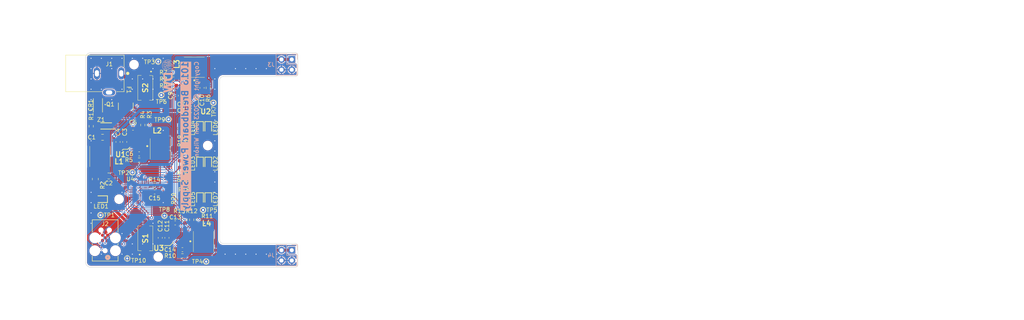
<source format=kicad_pcb>
(kicad_pcb (version 20221018) (generator pcbnew)
  (title_block (title "1016 Breadboard Power Supply") (date "2023-10-05") (rev "1") (company "Dan Wilson") (comment 1 "Copyright © 2023, Dan Wilson"))
  (layers (0 "F.Cu" signal) (31 "B.Cu" signal) (34 "B.Paste" user) (35 "F.Paste" user) (36 "B.SilkS" user "B.Silkscreen") (37 "F.SilkS" user "F.Silkscreen") (38 "B.Mask" user) (39 "F.Mask" user) (44 "Edge.Cuts" user))
  (net 0 "")
  (net 1 "/Input Power/Vprot")
  (net 2 "/Input Power/GND")
  (net 3 "/Input Power/VCC")
  (net 4 "/MCU Control/Vmcu")
  (net 5 "/Rail B Power Regulator/VrailB")
  (net 6 "/Input Power/Vfused")
  (net 7 "/Input Power/Vin")
  (net 9 "/MCU Control/SWDIO")
  (net 10 "/MCU Control/SWDCLK")
  (net 12 "/MCU Power Regulator/MCUReg_Sw_Out")
  (net 13 "Net-(LED1-K)")
  (net 14 "/MCU Control/ErrorLED_Sig")
  (net 15 "/MCU Control/ErrorLED_A")
  (net 16 "/MCU Control/OutputLED_A")
  (net 17 "/MCU Control/OutputLED_Sig")
  (net 18 "/MCU Control/5VTLED_A")
  (net 19 "/MCU Control/5VTLED_Sig")
  (net 20 "/MCU Control/5VBLED_A")
  (net 21 "/MCU Control/5VBLED_Sig")
  (net 22 "/MCU Control/3V3TLED_A")
  (net 23 "/MCU Control/3V3TLED_Sig")
  (net 24 "/MCU Control/3V3BLED_Sig")
  (net 25 "/MCU Control/3V3BLED_A")
  (net 26 "/Input Power/RPPgate")
  (net 27 "/MCU Power Regulator/MCUReg_FB")
  (net 28 "/MCU Control/SelectVrailT")
  (net 29 "/MCU Control/SelectVrailB")
  (net 30 "/MCU Control/NRST")
  (net 31 "/MCU Control/Btn_OutputEn")
  (net 32 "/MCU Control/Btn_Config")
  (net 34 "/MCU Control/PGood_RailT")
  (net 35 "/MCU Control/Enable_Output")
  (net 36 "/MCU Control/PGood_RailB")
  (net 39 "/Rail Output/VrailT")
  (net 40 "/MCU Power Regulator/MCUReg_SS")
  (net 41 "/Rail T Power Regulator/RailTReg_SS")
  (net 42 "/Rail B Power Regulator/RailBReg_SS")
  (net 43 "/Rail T Power Regulator/RailTReg_Sw_Out")
  (net 44 "/Rail B Power Regulator/RailBReg_Sw_Out")
  (net 45 "/Rail T Power Regulator/RailTReg_FB")
  (net 46 "/Rail B Power Regulator/RailBReg_FB")
  (footprint "TestPoint:TestPoint_THTPad_D1.0mm_Drill0.5mm" (layer "F.Cu") (at 66.929 81.788)
    (fp_text reference "TP6")
    (fp_text value "TestPoint")
  )
  (footprint "1016:VLS5045EX330M" (layer "F.Cu") (at 51.816 96.901 -90)
    (fp_text reference "L1")
    (fp_text value "VLS5045EX-2R2N" hide)
  )
  (footprint "Resistor_SMD:R_0603_1608Metric" (layer "F.Cu") (at 69.85 76.213)
    (fp_text reference "R7")
    (fp_text value "220K")
  )
  (footprint "TestPoint:TestPoint_THTPad_D1.0mm_Drill0.5mm" (layer "F.Cu") (at 58.547 122.047)
    (fp_text reference "TP10")
    (fp_text value "TestPoint")
  )
  (footprint "Resistor_SMD:R_0805_2012Metric" (layer "F.Cu") (at 50.673 102.489 90)
    (fp_text reference "R2")
    (fp_text value "2K")
  )
  (footprint "Resistor_SMD:R_0603_1608Metric" (layer "F.Cu") (at 69.85 79.515 180)
    (fp_text reference "R9")
    (fp_text value "28K")
  )
  (footprint "1016:CUI_PJ-102B" (layer "F.Cu") (at 50.554 76.454 180)
    (fp_text reference "J1")
    (fp_text value "PJ-102B")
  )
  (footprint "1016:LEDC1608X80N" (layer "F.Cu") (at 78.486 89.916 -90)
    (fp_text reference "LED6")
    (fp_text value "150060YS75003" hide)
  )
  (footprint "1016:LEDC1608X80N" (layer "F.Cu") (at 52.07 107.442 180)
    (fp_text reference "LED1")
    (fp_text value "150060VS75003" hide)
  )
  (footprint "Capacitor_SMD:C_0603_1608Metric" (layer "F.Cu") (at 66.662 116.967 -90)
    (fp_text reference "C12")
    (fp_text value "100n")
  )
  (footprint "Resistor_SMD:R_0603_1608Metric" (layer "F.Cu") (at 73.152 107.442 -90)
    (fp_text reference "R18")
    (fp_text value "210")
  )
  (footprint "1016:LEDC1608X80N" (layer "F.Cu") (at 76.454 98.679 -90)
    (fp_text reference "LED3")
    (fp_text value "150060AS75003" hide)
  )
  (footprint "1016:PTS636SK25JSMTRLFS" (layer "F.Cu") (at 62.992 80.01 -90)
    (fp_text reference "S2")
    (fp_text value "Tactile Switch 6mm" hide)
  )
  (footprint "Capacitor_SMD:C_0805_2012Metric" (layer "F.Cu") (at 53.975 101.727 180)
    (fp_text reference "C2")
    (fp_text value "22µ")
  )
  (footprint "Resistor_SMD:R_0603_1608Metric" (layer "F.Cu") (at 64.008 89.176 -90)
    (fp_text reference "R3")
    (fp_text value "100K")
  )
  (footprint "1016:CONN_TC2030-IDC_TGC" (layer "F.Cu") (at 53.086 117.602 90)
    (fp_text reference "J2")
    (fp_text value "TC2030-IDC")
  )
  (footprint "Capacitor_SMD:C_0603_1608Metric" (layer "F.Cu") (at 65.278 105.664)
    (fp_text reference "C15")
    (fp_text value "100n")
  )
  (footprint "1016:VLS5045EX330M" (layer "F.Cu") (at 66.675 95.018 -90)
    (fp_text reference "L2")
    (fp_text value "VLS5045EX-2R2N" hide)
  )
  (footprint "1016:LEDC1608X80N" (layer "F.Cu") (at 78.486 98.679 -90)
    (fp_text reference "LED2")
    (fp_text value "150060RS75003" hide)
  )
  (footprint "Resistor_SMD:R_0603_1608Metric" (layer "F.Cu") (at 62.357 89.176 90)
    (fp_text reference "R4")
    (fp_text value "31K6")
  )
  (footprint "1016:LEDC1608X80N" (layer "F.Cu") (at 78.486 107.442 -90)
    (fp_text reference "LED7")
    (fp_text value "150060YS75003" hide)
  )
  (footprint "1016:QFN50P300X300X100-17N-D" (layer "F.Cu") (at 60.857 92.974 180)
    (fp_text reference "U1")
    (fp_text value "TPS62130RGTR" hide)
  )
  (footprint "Capacitor_SMD:C_0603_1608Metric" (layer "F.Cu") (at 59.944 89.938 180)
    (fp_text reference "C5")
    (fp_text value "3n3")
  )
  (footprint "Resistor_SMD:R_0603_1608Metric" (layer "F.Cu") (at 71.501 90.043 -90)
    (fp_text reference "R19")
    (fp_text value "887")
  )
  (footprint "TestPoint:TestPoint_THTPad_D1.0mm_Drill0.5mm" (layer "F.Cu") (at 77.978 122.809)
    (fp_text reference "TP4")
    (fp_text value "TestPoint")
  )
  (footprint "TestPoint:TestPoint_THTPad_D1.0mm_Drill0.5mm" (layer "F.Cu") (at 66.167 73.533)
    (fp_text reference "TP3")
    (fp_text value "TestPoint")
  )
  (footprint "Resistor_SMD:R_0603_1608Metric" (layer "F.Cu") (at 76.06 112.522 -90)
    (fp_text reference "R11")
    (fp_text value "220K")
  )
  (footprint "Resistor_SMD:R_0603_1608Metric" (layer "F.Cu") (at 71.501 107.442 -90)
    (fp_text reference "R20")
    (fp_text value "887")
  )
  (footprint "Fiducial:Fiducial_1mm_Mask2mm" (layer "F.Cu") (at 81.407 75.057)
    (fp_text reference "FID1")
    (fp_text value "Fiducial")
  )
  (footprint "Capacitor_SMD:C_0603_1608Metric" (layer "F.Cu") (at 70.612 81.928 -90)
    (fp_text reference "C9")
    (fp_text value "3n3")
  )
  (footprint "Capacitor_SMD:C_0603_1608Metric" (layer "F.Cu") (at 56.261 93.345 90)
    (fp_text reference "C4")
    (fp_text value "100n")
  )
  (footprint "Fiducial:Fiducial_1mm_Mask2mm" (layer "F.Cu") (at 58.674 116.459)
    (fp_text reference "FID3")
    (fp_text value "Fiducial")
  )
  (footprint "Resistor_SMD:R_0603_1608Metric" (layer "F.Cu") (at 65.262252 104.016 180)
    (fp_text reference "R14")
    (fp_text value "10K")
  )
  (footprint "1016:QFN50P300X300X100-17N-D" (layer "F.Cu") (at 73.672 80.761 -90)
    (fp_text reference "U2")
    (fp_text value "TPS62130RGTR" hide)
  )
  (footprint "Resistor_SMD:R_0603_1608Metric" (layer "F.Cu") (at 61.468 97.812)
    (fp_text reference "R5")
    (fp_text value "1K6")
  )
  (footprint "1016:VLS5045EX330M" (layer "F.Cu") (at 75.057 74.943)
    (fp_text reference "L3")
    (fp_text value "VLS5045EX-2R2N")
  )
  (footprint "TestPoint:TestPoint_THTPad_D1.0mm_Drill0.5mm" (layer "F.Cu") (at 59.817 100.838)
    (fp_text reference "TP2")
    (fp_text value "TestPoint")
  )
  (footprint "Resistor_SMD:R_0603_1608Metric" (layer "F.Cu") (at 69.85 77.864 180)
    (fp_text reference "R8")
    (fp_text value "42K2")
  )
  (footprint "Capacitor_SMD:C_0603_1608Metric" (layer "F.Cu") (at 57.912 93.345 90)
    (fp_text reference "C3")
    (fp_text value "10µF")
  )
  (footprint "TestPoint:TestPoint_THTPad_D1.0mm_Drill0.5mm" (layer "F.Cu") (at 51.943 111.379)
    (fp_text reference "TP1")
    (fp_text value "TestPoint")
  )
  (footprint "Resistor_SMD:R_0603_1608Metric" (layer "F.Cu") (at 49.657 89.472 90)
    (fp_text reference "R1")
    (fp_text value "1K91")
  )
  (footprint "1016:QFN50P300X300X100-17N-D" (layer "F.Cu") (at 71.478 116.428 180)
    (fp_text reference "U3")
    (fp_text value "TPS62130RGTR" hide)
  )
  (footprint "Capacitor_SMD:C_0603_1608Metric" (layer "F.Cu") (at 74.295 85.611)
    (fp_text reference "C8")
    (fp_text value "100n")
  )
  (footprint "Fiducial:Fiducial_1mm_Mask2mm" (layer "F.Cu") (at 53.467 77.47)
    (fp_text reference "FID2")
    (fp_text value "Fiducial")
  )
  (footprint "MountingHole:MountingHole_2.1mm" (layer "F.Cu") (at 60.198 74.295)
    (fp_text reference "H1")
    (fp_text value "MountingHole")
  )
  (footprint "1016:FUSE_SMD1812B110TF_YAG" (layer "F.Cu") (at 58.166 84.582 -90)
    (fp_text reference "F1")
    (fp_text value "SMD1812B110TF")
  )
  (footprint "MountingHole:MountingHole_2.1mm" (layer "F.Cu") (at 78.359 94.234)
    (fp_text reference "H2")
    (fp_text value "MountingHole")
  )
  (footprint "Capacitor_SMD:C_0603_1608Metric" (layer "F.Cu") (at 72.123 119.888 180)
    (fp_text reference "C14")
    (fp_text value "22µ")
  )
  (footprint "MountingHole:MountingHole_2.1mm" (layer "F.Cu") (at 56.515 107.442)
    (fp_text reference "H4")
    (fp_text value "MountingHole")
  )
  (footprint "Capacitor_SMD:C_0805_2012Metric" (layer "F.Cu") (at 52.451 92.202 180)
    (fp_text reference "C1")
    (fp_text value "22µ")
  )
  (footprint "Resistor_SMD:R_0603_1608Metric" (layer "F.Cu") (at 72.123 121.412)
    (fp_text reference "R10")
    (fp_text value "1K6")
  )
  (footprint "Resistor_SMD:R_0603_1608Metric" (layer "F.Cu") (at 78.486 80.023 90)
    (fp_text reference "R6")
    (fp_text value "1K6")
  )
  (footprint "Capacitor_SMD:C_0603_1608Metric" (layer "F.Cu") (at 68.313 116.967 -90)
    (fp_text reference "C11")
    (fp_text value "10µF")
  )
  (footprint "Capacitor_SMD:C_0603_1608Metric" (layer "F.Cu") (at 76.962 80.023 -90)
    (fp_text reference "C10")
    (fp_text value "22µ")
  )
  (footprint "1016:PTS636SK25JSMTRLFS" (layer "F.Cu") (at 62.992 117.094 90)
    (fp_text reference "S1")
    (fp_text value "Tactile Switch 6mm" hide)
  )
  (footprint "1016:UFQFPN20_3X3_STM" (layer "F.Cu") (at 61.722 105.156 180)
    (fp_text reference "U4")
    (fp_text value "STM32C011F4U6TR")
  )
  (footprint "Resistor_SMD:R_0603_1608Metric" (layer "F.Cu") (at 72.758 112.522 90)
    (fp_text reference "R13")
    (fp_text value "28K")
  )
  (footprint "1016:SOD-123F_LTF" (layer "F.Cu") (at 51.308 84.328 90)
    (fp_text reference "CR1")
    (fp_text value "SMF17CA")
  )
  (footprint "TestPoint:TestPoint_THTPad_D1.0mm_Drill0.5mm" (layer "F.Cu") (at 79.756 83.693)
    (fp_text reference "TP7")
    (fp_text value "TestPoint")
  )
  (footprint "DW_Footprint:Solder_Stencil_Alignment_Pin" (layer "F.Cu") (at 91.28 134.206)
    (fp_text reference "P2")
    (fp_text value "Solder_Stencil_Alignment_Pin")
  )
  (footprint "Resistor_SMD:R_0603_1608Metric" (layer "F.Cu") (at 74.409 112.522 90)
    (fp_text reference "R12")
    (fp_text value "42K2")
  )
  (footprint "TestPoint:TestPoint_THTPad_D1.0mm_Drill0.5mm" (layer "F.Cu") (at 68.707 87.757)
    (fp_text reference "TP9")
    (fp_text value "TestPoint")
  )
  (footprint "1016:LEDC1608X80N" (layer "F.Cu") (at 76.454 89.916 -90)
    (fp_text reference "LED4")
    (fp_text value "150060VS75003" hide)
  )
  (footprint "Resistor_SMD:R_0603_1608Metric" (layer "F.Cu") (at 71.501 98.806 -90)
    (fp_text reference "R15")
    (fp_text value "365")
  )
  (footprint "1016:BUK6D12060PX" (layer "F.Cu") (at 54.356 86.093 180)
    (fp_text reference "Q1")
    (fp_text value "BUK6D120-60PX" hide)
  )
  (footprint "Resistor_SMD:R_0603_1608Metric" (layer "F.Cu") (at 73.152 90.043 -90)
    (fp_text reference "R17")
    (fp_text value "210")
  )
  (footprint "TestPoint:TestPoint_THTPad_D1.0mm_Drill0.5mm" (layer "F.Cu") (at 67.691 111.506)
    (fp_text reference "TP8")
    (fp_text value "TestPoint")
  )
  (footprint "DW_Footprint:Solder_Stencil_Alignment_Pin" (layer "F.Cu") (at 38.26 61.374)
    (fp_text reference "P3")
    (fp_text value "Solder_Stencil_Alignment_Pin")
  )
  (footprint "MountingHole:MountingHole_2.1mm" (layer "F.Cu") (at 66.167 121.666)
    (fp_text reference "H3")
    (fp_text value "MountingHole")
  )
  (footprint "Resistor_SMD:R_0603_1608Metric" (layer "F.Cu") (at 73.152 98.806 -90)
    (fp_text reference "R16")
    (fp_text value "402")
  )
  (footprint "1016:LEDC1608X80N" (layer "F.Cu") (at 76.454 107.442 -90)
    (fp_text reference "LED5")
    (fp_text value "150060VS75003" hide)
  )
  (footprint "Capacitor_SMD:C_0603_1608Metric" (layer "F.Cu") (at 74.295 83.96)
    (fp_text reference "C7")
    (fp_text value "10µF")
  )
  (footprint "TestPoint:TestPoint_THTPad_D1.0mm_Drill0.5mm" (layer "F.Cu") (at 77.216 110.109)
    (fp_text reference "TP5")
    (fp_text value "TestPoint")
  )
  (footprint "Capacitor_SMD:C_0603_1608Metric" (layer "F.Cu") (at 61.468 96.288 180)
    (fp_text reference "C6")
    (fp_text value "22µ")
  )
  (footprint "1016:SOD3716X145N" (layer "F.Cu") (at 53.34 89.408 180)
    (fp_text reference "Z1")
    (fp_text value "MMSZ5231B-7-F" hide)
  )
  (footprint "Capacitor_SMD:C_0603_1608Metric" (layer "F.Cu") (at 70.345 113.284 180)
    (fp_text reference "C13")
    (fp_text value "3n3")
  )
  (footprint "1016:VLS5045EX330M" (layer "F.Cu") (at 77.33 117.856 -90)
    (fp_text reference "L4")
    (fp_text value "VLS5045EX-2R2N" hide)
  )
  (footprint "DW_Footprint:DW_PCB_Logo" (layer "B.Cu") (at 68.58 77.216 -90)
    (fp_text reference "P1" hide)
    (fp_text value "DW_PCB_Logo" hide)
  )
  (footprint "Connector_PinHeader_2.54mm:PinHeader_2x02_P2.54mm_Vertical" (layer "B.Cu") (at 99.065 73.02 180)
    (fp_text reference "J3")
    (fp_text value "Pin Hdr 2x2")
  )
  (footprint "Connector_PinHeader_2.54mm:PinHeader_2x02_P2.54mm_Vertical" (layer "B.Cu") (at 99.065 120.015 180)
    (fp_text reference "J4")
    (fp_text value "Pin Hdr 2x2")
  )
  (gr_line (start 59.182 94.637) (end 58.674 95.145) (stroke (width 0.1778)) (layer "F.SilkS"))
  (gr_line (start 57.531 95.145) (end 57.277 95.399) (stroke (width 0.1778)) (layer "F.SilkS"))
  (gr_line (start 76.073 83.071) (end 76.073 84.595) (stroke (width 0.1778)) (layer "F.SilkS"))
  (gr_line (start 69.075 118.872) (end 67.691 118.872) (stroke (width 0.1778)) (layer "F.SilkS"))
  (gr_line (start 75.311 82.309) (end 76.073 83.071) (stroke (width 0.1778)) (layer "F.SilkS"))
  (gr_line (start 69.837 118.11) (end 69.075 118.872) (stroke (width 0.1778)) (layer "F.SilkS"))
  (gr_line (start 76.073 84.595) (end 76.581 85.103) (stroke (width 0.1778)) (layer "F.SilkS"))
  (gr_line (start 58.674 95.145) (end 57.531 95.145) (stroke (width 0.1778)) (layer "F.SilkS"))
  (gr_arc (start 49.53 124.206) (mid 48.631974 123.834026) (end 48.26 122.936) (stroke (width 0.1)) (layer "Edge.Cuts"))
  (gr_arc (start 99.949 118.364) (mid 100.398013 118.549987) (end 100.584 118.999) (stroke (width 0.1)) (layer "Edge.Cuts"))
  (gr_arc (start 82.169 118.364) (mid 81.540382 118.103618) (end 81.28 117.475) (stroke (width 0.1)) (layer "Edge.Cuts"))
  (gr_arc (start 100.584 123.571) (mid 100.398013 124.020013) (end 99.949 124.206) (stroke (width 0.1)) (layer "Edge.Cuts"))
  (gr_line (start 81.28 78.105) (end 81.28 117.475) (stroke (width 0.1)) (layer "Edge.Cuts"))
  (gr_arc (start 81.28 78.105) (mid 81.540382 77.476382) (end 82.169 77.216) (stroke (width 0.1)) (layer "Edge.Cuts"))
  (gr_line (start 100.584 118.999) (end 100.584 123.571) (stroke (width 0.1)) (layer "Edge.Cuts"))
  (gr_arc (start 100.584 76.581) (mid 100.398013 77.030013) (end 99.949 77.216) (stroke (width 0.1)) (layer "Edge.Cuts"))
  (gr_line (start 82.169 118.364) (end 99.949 118.364) (stroke (width 0.1)) (layer "Edge.Cuts"))
  (gr_arc (start 99.949 71.374) (mid 100.398013 71.559987) (end 100.584 72.009) (stroke (width 0.1)) (layer "Edge.Cuts"))
  (gr_line (start 99.949 77.216) (end 82.169 77.216) (stroke (width 0.1)) (layer "Edge.Cuts"))
  (gr_line (start 99.949 124.206) (end 49.53 124.206) (stroke (width 0.1)) (layer "Edge.Cuts"))
  (gr_arc (start 48.26 72.644) (mid 48.631974 71.745974) (end 49.53 71.374) (stroke (width 0.1)) (layer "Edge.Cuts"))
  (gr_line (start 48.26 122.936) (end 48.26 72.644) (stroke (width 0.1)) (layer "Edge.Cuts"))
  (gr_line (start 100.584 76.581) (end 100.584 72.009) (stroke (width 0.1)) (layer "Edge.Cuts"))
  (gr_line (start 99.949 71.374) (end 49.53 71.374) (stroke (width 0.1)) (layer "Edge.Cuts"))
  (gr_text "Copyright © 2023 Dan Wilson" (at 76.2 73.406 90) (layer "B.SilkS") (effects (font (size 1.016 1.016) (thickness 0.1778) bold) (justify left bottom mirror)))
  (gr_text "1016 Breadboard Power Supply" (at 73.66 73.406 90) (layer "B.SilkS" knockout) (effects (font (size 1.524 1.524) (thickness 0.3048) bold) (justify left bottom mirror)))
  (segment (start 71.254 80.511) (end 70.612 81.153) (width 0.2032) (layer "F.Cu") (net 2))
  (segment (start 61.107 92.724) (end 60.857 92.974) (width 0.2032) (layer "F.Cu") (net 2))
  (segment (start 72.922 81.511) (end 73.672 80.761) (width 0.2032) (layer "F.Cu") (net 2))
  (segment (start 61.107 91.474) (end 61.107 92.724) (width 0.2032) (layer "F.Cu") (net 2))
  (segment (start 61.107 93.224) (end 60.857 92.974) (width 0.2032) (layer "F.Cu") (net 2))
  (segment (start 74.422 80.011) (end 73.672 80.761) (width 0.2032) (layer "F.Cu") (net 2))
  (segment (start 73.422 80.511) (end 73.672 80.761) (width 0.2032) (layer "F.Cu") (net 2))
  (segment (start 75.172 80.511) (end 73.922 80.511) (width 0.2032) (layer "F.Cu") (net 2))
  (segment (start 71.728 117.928) (end 71.728 116.678) (width 0.2032) (layer "F.Cu") (net 2))
  (segment (start 71.728 116.178) (end 71.478 116.428) (width 0.2032) (layer "F.Cu") (net 2))
  (segment (start 72.172 80.511) (end 73.422 80.511) (width 0.2032) (layer "F.Cu") (net 2))
  (segment (start 72.172 80.511) (end 71.254 80.511) (width 0.2032) (layer "F.Cu") (net 2))
  (segment (start 73.922 80.511) (end 73.672 80.761) (width 0.2032) (layer "F.Cu") (net 2))
  (segment (start 75.172 80.011) (end 74.422 80.011) (width 0.2032) (layer "F.Cu") (net 2))
  (segment (start 72.228 117.178) (end 71.478 116.428) (width 0.2032) (layer "F.Cu") (net 2))
  (segment (start 60.107 91.474) (end 60.107 92.224) (width 0.2032) (layer "F.Cu") (net 2))
  (segment (start 72.172 81.511) (end 72.922 81.511) (width 0.2032) (layer "F.Cu") (net 2))
  (segment (start 70.728 115.678) (end 71.478 116.428) (width 0.2032) (layer "F.Cu") (net 2))
  (segment (start 61.607 93.724) (end 60.857 92.974) (width 0.2032) (layer "F.Cu") (net 2))
  (segment (start 61.607 94.474) (end 61.607 93.724) (width 0.2032) (layer "F.Cu") (net 2))
  (segment (start 70.728 114.928) (end 70.728 115.678) (width 0.2032) (layer "F.Cu") (net 2))
  (segment (start 61.107 94.474) (end 61.107 93.224) (width 0.2032) (layer "F.Cu") (net 2))
  (segment (start 71.728 114.928) (end 71.728 116.178) (width 0.2032) (layer "F.Cu") (net 2))
  (segment (start 60.107 92.224) (end 60.857 92.974) (width 0.2032) (layer "F.Cu") (net 2))
  (segment (start 72.228 117.928) (end 72.228 117.178) (width 0.2032) (layer "F.Cu") (net 2))
  (segment (start 71.728 116.678) (end 71.478 116.428) (width 0.2032) (layer "F.Cu") (net 2))
  (via (at 52.165 103.219) (size 0.508) (drill 0.254) (layers "F.Cu" "B.Cu") (net 2))
  (via (at 82.645 120.999) (size 0.508) (drill 0.254) (layers "F.Cu" "B.Cu") (net 2))
  (via (at 77.565 85.439) (size 0.508) (drill 0.254) (layers "F.Cu" "B.Cu") (net 2))
  (via (at 90.265 75.279) (size 0.508) (drill 0.254) (layers "F.Cu" "B.Cu") (net 2))
  (via (at 64.865 113.379) (size 0.508) (drill 0.254) (layers "F.Cu" "B.Cu") (net 2))
  (via (at 80.105 75.279) (size 0.508) (drill 0.254) (layers "F.Cu" "B.Cu") (net 2))
  (via (at 72.485 93.059) (size 0.508) (drill 0.254) (layers "F.Cu" "B.Cu") (net 2))
  (via (at 64.865 72.739) (size 0.508) (drill 0.254) (layers "F.Cu" "B.Cu") (net 2))
  (via (at 49.625 108.299) (size 0.508) (drill 0.254) (layers "F.Cu" "B.Cu") (net 2))
  (via (at 49.625 110.839) (size 0.508) (drill 0.254) (layers "F.Cu" "B.Cu") (net 2))
  (via (at 64.865 77.819) (size 0.508) (drill 0.254) (layers "F.Cu" "B.Cu") (net 2))
  (via (at 72.485 110.839) (size 0.508) (drill 0.254) (layers "F.Cu" "B.Cu") (net 2))
  (via (at 80.105 95.599) (size 0.508) (drill 0.254) (layers "F.Cu" "B.Cu") (net 2))
  (via (at 80.105 100.679) (size 0.508) (drill 0.254) (layers "F.Cu" "B.Cu") (net 2))
  (via (at 64.865 118.459) (size 0.508) (drill 0.254) (layers "F.Cu" "B.Cu") (net 2))
  (via (at 49.625 72.739) (size 0.508) (drill 0.254) (layers "F.Cu" "B.Cu") (net 2))
  (via (at 80.105 93.059) (size 0.508) (drill 0.254) (layers "F.Cu" "B.Cu") (net 2))
  (via (at 49.625 105.759) (size 0.508) (drill 0.254) (layers "F.Cu" "B.Cu") (net 2))
  (via (at 64.865 75.279) (size 0.508) (drill 0.254) (layers "F.Cu" "B.Cu") (net 2))
  (via (at 80.105 90.519) (size 0.508) (drill 0.254) (layers "F.Cu" "B.Cu") (net 2))
  (via (at 67.405 108.299) (size 0.508) (drill 0.254) (layers "F.Cu" "B.Cu") (net 2))
  (via (at 59.785 120.999) (size 0.508) (drill 0.254) (layers "F.Cu" "B.Cu") (net 2))
  (via (at 52.165 80.359) (size 0.508) (drill 0.254) (layers "F.Cu" "B.Cu") (net 2))
  (via (at 49.625 82.899) (size 0.508) (drill 0.254) (layers "F.Cu" "B.Cu") (net 2))
  (via (at 54.705 75.279) (size 0.508) (drill 0.254) (layers "F.Cu" "B.Cu") (net 2))
  (via (at 57.245 105.759) (size 0.508) (drill 0.254) (layers "F.Cu" "B.Cu") (net 2))
  (via (at 95.345 120.999) (size 0.508) (drill 0.254) (layers "F.Cu" "B.Cu") (net 2))
  (via (at 59.785 72.739) (size 0.508) (drill 0.254) (layers "F.Cu" "B.Cu") (net 2))
  (via (at 80.105 98.139) (size 0.508) (drill 0.254) (layers "F.Cu" "B.Cu") (net 2))
  (via (at 92.805 75.279) (size 0.508) (drill 0.254) (layers "F.Cu" "B.Cu") (net 2))
  (via (at 59.785 77.819) (size 0.508) (drill 0.254) (layers "F.Cu" "B.Cu") (net 2))
  (via (at 62.325 118.459) (size 0.508) (drill 0.254) (layers "F.Cu" "B.Cu") (net 2))
  (via (at 80.105 108.299) (size 0.508) (drill 0.254) (layers "F.Cu" "B.Cu") (net 2))
  (via (at 57.245 80.359) (size 0.508) (drill 0.254) (layers "F.Cu" "B.Cu") (net 2))
  (via (at 67.405 87.979) (size 0.508) (drill 0.254) (layers "F.Cu" "B.Cu") (net 2))
  (via (at 52.165 72.739) (size 0.508) (drill 0.254) (layers "F.Cu" "B.Cu") (net 2))
  (via (at 62.103 105.537) (size 0.508) (drill 0.254) (layers "F.Cu" "B.Cu") (net 2))
  (via (at 67.405 72.739) (size 0.508) (drill 0.254) (layers "F.Cu" "B.Cu") (net 2))
  (via (at 49.625 80.359) (size 0.508) (drill 0.254) (layers "F.Cu" "B.Cu") (net 2))
  (via (at 67.405 90.519) (size 0.508) (drill 0.254) (layers "F.Cu" "B.Cu") (net 2))
  (via (at 62.325 72.739) (size 0.508) (drill 0.254) (layers "F.Cu" "B.Cu") (net 2))
  (via (at 49.625 75.279) (size 0.508) (drill 0.254) (layers "F.Cu" "B.Cu") (net 2))
  (via (at 49.625 85.439) (size 0.508) (drill 0.254) (layers "F.Cu" "B.Cu") (net 2))
  (via (at 57.245 120.999) (size 0.508) (drill 0.254) (layers "F.Cu" "B.Cu") (net 2))
  (via (at 62.325 80.359) (size 0.508) (drill 0.254) (layers "F.Cu" "B.Cu") (net 2))
  (via (at 57.245 115.919) (size 0.508) (drill 0.254) (layers "F.Cu" "B.Cu") (net 2))
  (via (at 85.185 120.999) (size 0.508) (drill 0.254) (layers "F.Cu" "B.Cu") (net 2))
  (via (at 59.785 118.459) (size 0.508) (drill 0.254) (layers "F.Cu" "B.Cu") (net 2))
  (via (at 80.105 77.819) (size 0.508) (drill 0.254) (layers "F.Cu" "B.Cu") (net 2))
  (via (at 52.165 120.999) (size 0.508) (drill 0.254) (layers "F.Cu" "B.Cu") (net 2))
  (via (at 49.625 93.059) (size 0.508) (drill 0.254) (layers "F.Cu" "B.Cu") (net 2))
  (via (at 49.625 113.379) (size 0.508) (drill 0.254) (layers "F.Cu" "B.Cu") (net 2))
  (via (at 90.265 120.999) (size 0.508) (drill 0.254) (layers "F.Cu" "B.Cu") (net 2))
  (via (at 92.805 120.999) (size 0.508) (drill 0.254) (layers "F.Cu" "B.Cu") (net 2))
  (via (at 49.625 77.819) (size 0.508) (drill 0.254) (layers "F.Cu" "B.Cu") (net 2))
  (via (at 80.105 105.759) (size 0.508) (drill 0.254) (layers "F.Cu" "B.Cu") (net 2))
  (via (at 77.565 113.379) (size 0.508) (drill 0.254) (layers "F.Cu" "B.Cu") (net 2))
  (via (at 67.405 80.359) (size 0.508) (drill 0.254) (layers "F.Cu" "B.Cu") (net 2))
  (via (at 57.245 72.739) (size 0.508) (drill 0.254) (layers "F.Cu" "B.Cu") (net 2))
  (via (at 75.025 90.519) (size 0.508) (drill 0.254) (layers "F.Cu" "B.Cu") (net 2))
  (via (at 80.105 110.839) (size 0.508) (drill 0.254) (layers "F.Cu" "B.Cu") (net 2))
  (via (at 67.405 82.899) (size 0.508) (drill 0.254) (layers "F.Cu" "B.Cu") (net 2))
  (via (at 57.245 100.679) (size 0.508) (drill 0.254) (layers "F.Cu" "B.Cu") (net 2))
  (via (at 80.105 103.219) (size 0.508) (drill 0.254) (layers "F.Cu" "B.Cu") (net 2))
  (via (at 64.865 82.899) (size 0.508) (drill 0.254) (layers "F.Cu" "B.Cu") (net 2))
  (via (at 54.705 82.899) (size 0.508) (drill 0.254) (layers "F.Cu" "B.Cu") (net 2))
  (via (at 62.325 77.819) (size 0.508) (drill 0.254) (layers "F.Cu" "B.Cu") (net 2))
  (via (at 80.105 87.979) (size 0.508) (drill 0.254) (layers "F.Cu" "B.Cu") (net 2))
  (via (at 67.405 77.819) (size 0.508) (drill 0.254) (layers "F.Cu" "B.Cu") (net 2))
  (via (at 80.105 80.359) (size 0.508) (drill 0.254) (layers "F.Cu" "B.Cu") (net 2))
  (via (at 64.865 80.359) (size 0.508) (drill 0.254) (layers "F.Cu" "B.Cu") (net 2))
  (via (at 87.725 120.999) (size 0.508) (drill 0.254) (layers "F.Cu" "B.Cu") (net 2))
  (via (at 59.785 80.359) (size 0.508) (drill 0.254) (layers "F.Cu" "B.Cu") (net 2))
  (via (at 54.705 72.739) (size 0.508) (drill 0.254) (layers "F.Cu" "B.Cu") (net 2))
  (via (at 87.725 75.279) (size 0.508) (drill 0.254) (layers "F.Cu" "B.Cu") (net 2))
  (via (at 85.185 75.279) (size 0.508) (drill 0.254) (layers "F.Cu" "B.Cu") (net 2))
  (via (at 80.105 85.439) (size 0.508) (drill 0.254) (layers "F.Cu" "B.Cu") (net 2))
  (via (at 75.025 95.599) (size 0.508) (drill 0.254) (layers "F.Cu" "B.Cu") (net 2))
  (segment (start 66.662 116.192) (end 61.57 116.192) (width 0.762) (layer "F.Cu") (net 3))
  (segment (start 71.5124 81.011) (end 71.4672 81.0562) (width 0.2032) (layer "F.Cu") (net 3))
  (segment (start 69.8322 85.5018) (end 69.723 85.611) (width 0.2032) (layer "F.Cu") (net 3))
  (segment (start 72.172 81.011) (end 71.5124 81.011) (width 0.2032) (layer "F.Cu") (net 3))
  (segment (start 71.3408 81.9482) (end 70.14255 81.9482) (width 0.2032) (layer "F.Cu") (net 3))
  (segment (start 69.8322 82.25855) (end 69.8322 85.5018) (width 0.2032) (layer "F.Cu") (net 3))
  (segment (start 70.3248 112.81455) (end 70.01445 112.5042) (width 0.2032) (layer "F.Cu") (net 3))
  (segment (start 56.261 94.12) (end 56.191618 94.12) (width 0.762) (layer "F.Cu") (net 3))
  (segment (start 71.4672 81.0562) (end 71.4672 81.8218) (width 0.2032) (layer "F.Cu") (net 3))
  (segment (start 51.943 111.379) (end 52.82 110.502) (width 0.2032) (layer "F.Cu") (net 3))
  (segment (start 70.14255 81.9482) (end 69.8322 82.25855) (width 0.2032) (layer "F.Cu") (net 3))
  (segment (start 55.2018 91.9858) (end 55.258 91.9858) (width 0.762) (layer "F.Cu") (net 3))
  (segment (start 70.67555 114.0638) (end 70.3248 113.71305) (width 0.2032) (layer "F.Cu") (net 3))
  (segment (start 71.228 114.2684) (end 71.0234 114.0638) (width 0.2032) (layer "F.Cu") (net 3))
  (segment (start 59.925429 89.113818) (end 59.945598 89.093649) (width 0.2032) (layer "F.Cu") (net 3))
  (segment (start 70.3248 113.71305) (end 70.3248 112.81455) (width 0.2032) (layer "F.Cu") (net 3))
  (segment (start 66.929 85.598) (end 66.929 85.611) (width 0.762) (layer "F.Cu") (net 3))
  (segment (start 61.57 116.192) (end 52.82 107.442) (width 0.762) (layer "F.Cu") (net 3))
  (segment (start 59.9238 90.4038) (end 59.9238 89.113818) (width 0.2032) (layer "F.Cu") (net 3))
  (segment (start 69.964 116.192) (end 69.978 116.178) (width 0.2032) (layer "F.Cu") (net 3))
  (segment (start 55.258 91.9858) (end 55.2958 91.948) (width 0.762) (layer "F.Cu") (net 3))
  (segment (start 71.0234 114.0638) (end 70.67555 114.0638) (width 0.2032) (layer "F.Cu") (net 3))
  (segment (start 70.01445 112.5042) (end 69.12555 112.5042) (width 0.2032) (layer "F.Cu") (net 3))
  (segment (start 52.82 110.502) (end 52.82 107.442) (width 0.2032) (layer "F.Cu") (net 3))
  (segment (start 69.723 85.611) (end 66.929 85.598) (width 0.762) (layer "F.Cu") (net 3))
  (segment (start 71.4672 81.8218) (end 71.3408 81.9482) (width 0.2032) (layer "F.Cu") (net 3))
  (segment (start 55.2018 93.130182) (end 55.2018 91.9858) (width 0.762) (layer "F.Cu") (net 3))
  (segment (start 69.12555 112.5042) (end 67.564 114.06575) (width 0.2032) (layer "F.Cu") (net 3))
  (segment (start 73.52 85.611) (end 69.723 85.611) (width 0.762) (layer "F.Cu") (net 3))
  (segment (start 60.607 90.8144) (end 60.5618 90.7692) (width 0.2032) (layer "F.Cu") (net 3))
  (segment (start 71.228 114.928) (end 71.228 114.2684) (width 0.2032) (layer "F.Cu") (net 3))
  (segment (start 60.607 91.474) (end 60.607 90.8144) (width 0.2032) (layer "F.Cu") (net 3))
  (segment (start 56.191618 94.12) (end 55.2018 93.130182) (width 0.762) (layer "F.Cu") (net 3))
  (segment (start 67.564 114.06575) (end 67.564 115.443) (width 0.2032) (layer "F.Cu") (net 3))
  (segment (start 60.2892 90.7692) (end 59.9238 90.4038) (width 0.2032) (layer "F.Cu") (net 3))
  (segment (start 59.9238 89.113818) (end 59.925429 89.113818) (width 0.2032) (layer "F.Cu") (net 3))
  (segment (start 60.5618 90.7692) (end 60.2892 90.7692) (width 0.2032) (layer "F.Cu") (net 3))
  (via (at 55.2958 91.948) (size 0.762) (drill 0.381) (layers "F.Cu" "B.Cu") (net 3))
  (via (at 66.929 85.598) (size 0.762) (drill 0.381) (layers "F.Cu" "B.Cu") (net 3))
  (via (at 59.945598 89.093649) (size 0.762) (drill 0.381) (layers "F.Cu" "B.Cu") (net 3))
  (segment (start 59.945598 89.093649) (end 59.180449 88.3285) (width 0.2032) (layer "B.Cu") (net 3))
  (segment (start 59.180449 88.3285) (end 58.8645 88.3285) (width 0.2032) (layer "B.Cu") (net 3))
  (segment (start 66.929 85.598) (end 61.595 85.598) (width 0.762) (layer "B.Cu") (net 3))
  (segment (start 58.8645 88.3285) (end 55.2958 91.8972) (width 0.762) (layer "B.Cu") (net 3))
  (segment (start 55.2958 91.8972) (end 55.2958 91.948) (width 0.762) (layer "B.Cu") (net 3))
  (segment (start 61.595 85.598) (end 58.8645 88.3285) (width 0.762) (layer "B.Cu") (net 3))
  (segment (start 54.102 118.491) (end 53.721 118.872) (width 0.2032) (layer "F.Cu") (net 4))
  (segment (start 66.675 103.428252) (end 66.675 96.818) (width 0.254) (layer "F.Cu") (net 4))
  (segment (start 62.293 98.362) (end 62.293 97.812) (width 0.2032) (layer "F.Cu") (net 4))
  (segment (start 64.503 105.664) (end 66.087252 104.079748) (width 0.254) (layer "F.Cu") (net 4))
  (segment (start 70.187 96.818) (end 66.675 96.818) (width 0.254) (layer "F.Cu") (net 4))
  (segment (start 64.008 88.351) (end 64.008 89.1443) (width 0.2032) (layer "F.Cu") (net 4))
  (segment (start 64.516 112.014) (end 64.516 111.278) (width 0.2032) (layer "F.Cu") (net 4))
  (segment (start 71.501 90.868) (end 73.152 90.868) (width 0.254) (layer "F.Cu") (net 4))
  (segment (start 57.658 118.491) (end 54.102 118.491) (width 0.2032) (layer "F.Cu") (net 4))
  (segment (start 60.325 95.25) (end 59.436 95.25) (width 0.2032) (layer "F.Cu") (net 4))
  (segment (start 66.087252 104.079748) (end 66.087252 104.016) (width 0.2032) (layer "F.Cu") (net 4))
  (segment (start 73.152 99.631) (end 71.501 99.631) (width 0.254) (layer "F.Cu") (net 4))
  (segment (start 71.501 108.267) (end 73.152 108.267) (width 0.254) (layer "F.Cu") (net 4))
  (segment (start 69.227016 101.0412) (end 66.675 98.489184) (width 0.254) (layer "F.Cu") (net 4))
  (segment (start 60.607 94.474) (end 60.607 94.968) (width 0.2032) (layer "F.Cu") (net 4))
  (segment (start 66.087252 104.016) (end 67.25 104.016) (width 0.254) (layer "F.Cu") (net 4))
  (segment (start 59.817 100.838) (end 62.293 98.362) (width 0.2032) (layer "F.Cu") (net 4))
  (segment (start 64.516 111.278) (end 64.503 111.265) (width 0.2032) (layer "F.Cu") (net 4))
  (segment (start 71.501 90.868) (end 71.501 95.504) (width 0.254) (layer "F.Cu") (net 4))
  (segment (start 66.087252 104.016) (end 66.675 103.428252) (width 0.254) (layer "F.Cu") (net 4))
  (segment (start 71.501 99.631) (end 70.0908 101.0412) (width 0.254) (layer "F.Cu") (net 4))
  (segment (start 63.022 105.656126) (end 64.495126 105.656126) (width 0.2032) (layer "F.Cu") (net 4))
  (segment (start 64.495126 105.656126) (end 64.503 105.664) (width 0.2032) (layer "F.Cu") (net 4))
  (segment (start 66.675 98.489184) (end 66.675 96.818) (width 0.254) (layer "F.Cu") (net 4))
  (segment (start 70.0908 101.0412) (end 69.227016 101.0412) (width 0.254) (layer "F.Cu") (net 4))
  (segment (start 71.501 95.504) (end 70.187 96.818) (width 0.254) (layer "F.Cu") (net 4))
  (segment (start 64.503 105.664) (end 64.503 111.265) (width 0.2032) (layer "F.Cu") (net 4))
  (segment (start 67.25 104.016) (end 71.501 108.267) (width 0.254) (layer "F.Cu") (net 4))
  (segment (start 60.607 94.968) (end 60.325 95.25) (width 0.2032) (layer "F.Cu") (net 4))
  (via (at 57.658 118.491) (size 0.762) (drill 0.381) (layers "F.Cu" "B.Cu") (net 4))
  (via (at 64.008 89.1443) (size 0.508) (drill 0.254) (layers "F.Cu" "B.Cu") (net 4))
  (via (at 64.516 112.014) (size 0.762) (drill 0.381) (layers "F.Cu" "B.Cu") (net 4))
  (via (at 63.881 98.171) (size 0.508) (drill 0.254) (layers "F.Cu" "B.Cu") (net 4))
  (via (at 59.436 95.25) (size 0.508) (drill 0.254) (layers "F.Cu" "B.Cu") (net 4))
  (segment (start 68.834 98.171) (end 63.881 98.171) (width 0.2032) (layer "B.Cu") (net 4))
  (segment (start 59.817 98.806) (end 63.246 98.806) (width 0.2032) (layer "B.Cu") (net 4))
  (segment (start 63.246 98.806) (end 63.881 98.171) (width 0.2032) (layer "B.Cu") (net 4))
  (segment (start 68.5703 89.1443) (end 69.3166 89.8906) (width 0.2032) (layer "B.Cu") (net 4))
  (segment (start 63.754 112.014) (end 57.658 118.11) (width 0.2032) (layer "B.Cu") (net 4))
  (segment (start 59.436 98.425) (end 59.817 98.806) (width 0.2032) (layer "B.Cu") (net 4))
  (segment (start 69.3166 89.8906) (end 69.3166 97.6884) (width 0.2032) (layer "B.Cu") (net 4))
  (segment (start 63.754 112.014) (end 64.516 112.014) (width 0.2032) (layer "B.Cu") (net 4))
  (segment (start 59.436 95.25) (end 59.436 98.425) (width 0.2032) (layer "B.Cu") (net 4))
  (segment (start 69.3166 97.6884) (end 68.834 98.171) (width 0.2032) (layer "B.Cu") (net 4))
  (segment (start 64.008 89.1443) (end 68.5703 89.1443) (width 0.2032) (layer "B.Cu") (net 4))
  (segment (start 57.658 118.11) (end 57.658 118.491) (width 0.2032) (layer "B.Cu") (net 4))
  (segment (start 76.06 111.697) (end 76.06 112.4773) (width 0.2032) (layer "F.Cu") (net 5))
  (segment (start 77.689 120.015) (end 77.33 119.656) (width 0.762) (layer "F.Cu") (net 5))
  (segment (start 71.247 117.947) (end 71.228 117.928) (width 0.2032) (layer "F.Cu") (net 5))
  (segment (start 96.52 120.015) (end 99.06 120.015) (width 0.762) (layer "F.Cu") (net 5))
  (segment (start 76.06 112.4773) (end 76.073 112.4903) (width 0.2032) (layer "F.Cu") (net 5))
  (segment (start 71.228 118.5876) (end 70.9436 118.872) (width 0.2032) (layer "F.Cu") (net 5))
  (segment (start 77.978 122.809) (end 77.978 120.304) (width 0.2032) (layer "F.Cu") (net 5))
  (segment (start 70.9436 118.872) (end 70.358 118.872) (width 0.2032) (layer "F.Cu") (net 5))
  (segment (start 96.52 120.015) (end 77.689 120.015) (width 0.762) (layer "F.Cu") (net 5))
  (segment (start 71.228 117.928) (end 71.228 118.5876) (width 0.2032) (layer "F.Cu") (net 5))
  (segment (start 77.978 120.304) (end 77.33 119.656) (width 0.2032) (layer "F.Cu") (net 5))
  (via (at 76.073 112.4903) (size 0.508) (drill 0.254) (layers "F.Cu" "B.Cu") (net 5))
  (via (at 70.358 118.872) (size 0.508) (drill 0.254) (layers "F.Cu" "B.Cu") (net 5))
  (via (at 74.422 121.031) (size 0.508) (drill 0.254) (layers "F.Cu" "B.Cu") (net 5))
  (segment (start 80.264 120.65) (end 79.883 121.031) (width 0.2032) (layer "B.Cu") (net 5))
  (segment (start 80.264 112.903) (end 79.8513 112.4903) (width 0.2032) (layer "B.Cu") (net 5))
  (segment (start 79.883 121.031) (end 74.422 121.031) (width 0.2032) (layer "B.Cu") (net 5))
  (segment (start 73.152 122.301) (end 70.739 122.301) (width 0.2032) (layer "B.Cu") (net 5))
  (segment (start 80.264 120.65) (end 80.264 112.903) (width 0.2032) (layer "B.Cu") (net 5))
  (segment (start 79.8513 112.4903) (end 76.073 112.4903) (width 0.2032) (layer "B.Cu") (net 5))
  (segment (start 74.422 121.031) (end 73.152 122.301) (width 0.2032) (layer "B.Cu") (net 5))
  (segment (start 70.739 122.301) (end 70.358 121.92) (width 0.2032) (layer "B.Cu") (net 5))
  (segment (start 70.358 121.92) (end 70.358 118.872) (width 0.2032) (layer "B.Cu") (net 5))
  (segment (start 58.166 82.6389) (end 58.166 77.566) (width 0.762) (layer "F.Cu") (net 7))
  (segment (start 58.166 77.566) (end 57.054 76.454) (width 0.762) (layer "F.Cu") (net 7))
  (segment (start 52.197 119.126) (end 52.451 118.872) (width 0.2032) (layer "F.Cu") (net 9))
  (segment (start 60.721748 106.556) (end 57.262868 110.01488) (width 0.2032) (layer "F.Cu") (net 9))
  (segment (start 57.262868 110.01488) (end 57.262868 110.475868) (width 0.2032) (layer "F.Cu") (net 9))
  (segment (start 52.197 119.761) (end 52.197 119.126) (width 0.2032) (layer "F.Cu") (net 9))
  (via (at 57.262868 110.475868) (size 0.508) (drill 0.254) (layers "F.Cu" "B.Cu") (net 9))
  (via (at 52.197 119.761) (size 0.508) (drill 0.254) (layers "F.Cu" "B.Cu") (net 9))
  (segment (start 57.262868 110.475868) (end 54.989634 110.475868) (width 0.2032) (layer "B.Cu") (net 9))
  (segment (start 54.989634 110.475868) (end 49.0982 116.367302) (width 0.2032) (layer "B.Cu") (net 9))
  (segment (start 49.0982 116.367302) (end 49.0982 117.566698) (width 0.2032) (layer "B.Cu") (net 9))
  (segment (start 50.9778 118.4148) (end 52.197 119.634) (width 0.2032) (layer "B.Cu") (net 9))
  (segment (start 52.197 119.634) (end 52.197 119.761) (width 0.2032) (layer "B.Cu") (net 9))
  (segment (start 49.946302 118.4148) (end 50.9778 118.4148) (width 0.2032) (layer "B.Cu") (net 9))
  (segment (start 49.0982 117.566698) (end 49.946302 118.4148) (width 0.2032) (layer "B.Cu") (net 9))
  (segment (start 58.039 110.461737) (end 58.039 110.49) (width 0.2032) (layer "F.Cu") (net 10))
  (segment (start 61.221874 107.278863) (end 58.039 110.461737) (width 0.2032) (layer "F.Cu") (net 10))
  (segment (start 51.816 118.237) (end 52.451 117.602) (width 0.2032) (layer "F.Cu") (net 10))
  (segment (start 61.221874 106.456) (end 61.221874 107.278863) (width 0.2032) (layer "F.Cu") (net 10))
  (via (at 58.039 110.49) (size 0.508) (drill 0.254) (layers "F.Cu" "B.Cu") (net 10))
  (via (at 51.816 118.237) (size 0.508) (drill 0.254) (layers "F.Cu" "B.Cu") (net 10))
  (segment (start 58.039 110.49) (end 54.2163 114.3127) (width 0.2032) (layer "B.Cu") (net 10))
  (segment (start 52.8193 115.28503) (end 52.8193 117.2337) (width 0.2032) (layer "B.Cu") (net 10))
  (segment (start 53.79163 114.3127) (end 52.8193 115.28503) (width 0.2032) (layer "B.Cu") (net 10))
  (segment (start 52.8193 117.2337) (end 51.816 118.237) (width 0.2032) (layer "B.Cu") (net 10))
  (segment (start 54.2163 114.3127) (end 53.79163 114.3127) (width 0.2032) (layer "B.Cu") (net 10))
  (segment (start 51.32 104.0485) (end 50.673 103.4015) (width 0.2032) (layer "F.Cu") (net 13))
  (segment (start 51.32 107.442) (end 51.32 104.0485) (width 0.2032) (layer "F.Cu") (net 13))
  (segment (start 63.732452 103.545296) (end 63.122 104.155748) (width 0.2032) (layer "F.Cu") (net 14))
  (segment (start 78.486 99.429) (end 75.299 102.616) (width 0.2032) (layer "F.Cu") (net 14))
  (segment (start 75.299 102.616) (end 67.437 102.616) (width 0.2032) (layer "F.Cu") (net 14))
  (segment (start 63.881 102.616) (end 63.732452 102.764548) (width 0.2032) (layer "F.Cu") (net 14))
  (segment (start 63.732452 102.764548) (end 63.732452 103.545296) (width 0.2032) (layer "F.Cu") (net 14))
  (via (at 67.437 102.616) (size 0.508) (drill 0.254) (layers "F.Cu" "B.Cu") (net 14))
  (via (at 63.881 102.616) (size 0.508) (drill 0.254) (layers "F.Cu" "B.Cu") (net 14))
  (segment (start 67.437 102.616) (end 63.881 102.616) (width 0.2032) (layer "B.Cu") (net 14))
  (segment (start 72.3328 97.1492) (end 77.7062 97.1492) (width 0.2032) (layer "F.Cu") (net 15))
  (segment (start 71.501 97.981) (end 72.3328 97.1492) (width 0.2032) (layer "F.Cu") (net 15))
  (segment (start 77.7062 97.1492) (end 78.486 97.929) (width 0.2032) (layer "F.Cu") (net 15))
  (segment (start 73.204 97.929) (end 76.454 97.929) (width 0.2032) (layer "F.Cu") (net 16))
  (segment (start 73.152 97.981) (end 73.204 97.929) (width 0.2032) (layer "F.Cu") (net 16))
  (segment (start 73.775 102.108) (end 68.072 102.108) (width 0.2032) (layer "F.Cu") (net 17))
  (segment (start 62.865 101.981) (end 62.865 103.613252) (width 0.2032) (layer "F.Cu") (net 17))
  (segment (start 62.865 103.613252) (end 62.722252 103.756) (width 0.2032) (layer "F.Cu") (net 17))
  (segment (start 68.072 102.108) (end 67.437 101.473) (width 0.2032) (layer "F.Cu") (net 17))
  (segment (start 76.454 99.429) (end 73.775 102.108) (width 0.2032) (layer "F.Cu") (net 17))
  (via (at 62.865 101.981) (size 0.508) (drill 0.254) (layers "F.Cu" "B.Cu") (net 17))
  (via (at 67.437 101.473) (size 0.508) (drill 0.254) (layers "F.Cu" "B.Cu") (net 17))
  (segment (start 67.437 101.473) (end 63.373 101.473) (width 0.2032) (layer "B.Cu") (net 17))
  (segment (start 63.373 101.473) (end 62.865 101.981) (width 0.2032) (layer "B.Cu") (net 17))
  (segment (start 73.152 89.218) (end 73.204 89.166) (width 0.2032) (layer "F.Cu") (net 18))
  (segment (start 73.204 89.166) (end 76.454 89.166) (width 0.2032) (layer "F.Cu") (net 18))
  (segment (start 76.454 90.666) (end 76.454 91.839105) (width 0.2032) (layer "F.Cu") (net 19))
  (segment (start 76.454 91.839105) (end 69.469 98.824105) (width 0.2032) (layer "F.Cu") (net 19))
  (segment (start 62.222126 101.477757) (end 61.384053 100.639684) (width 0.2032) (layer "F.Cu") (net 19))
  (segment (start 62.222126 103.856) (end 62.222126 101.477757) (width 0.2032) (layer "F.Cu") (net 19))
  (segment (start 69.469 98.824105) (end 69.469 100.203) (width 0.2032) (layer "F.Cu") (net 19))
  (via (at 69.469 100.203) (size 0.508) (drill 0.254) (layers "F.Cu" "B.Cu") (net 19))
  (via (at 61.384053 100.639684) (size 0.508) (drill 0.254) (layers "F.Cu" "B.Cu") (net 19))
  (segment (start 61.820737 100.203) (end 61.384053 100.639684) (width 0.2032) (layer "B.Cu") (net 19))
  (segment (start 69.469 100.203) (end 61.820737 100.203) (width 0.2032) (layer "B.Cu") (net 19))
  (segment (start 73.227 106.692) (end 76.454 106.692) (width 0.2032) (layer "F.Cu") (net 20))
  (segment (start 73.152 106.617) (end 73.227 106.692) (width 0.2032) (layer "F.Cu") (net 20))
  (segment (start 61.722 103.856) (end 61.722 104.465474) (width 0.2032) (layer "F.Cu") (net 21))
  (segment (start 61.722 104.465474) (end 61.524772 104.662702) (width 0.2032) (layer "F.Cu") (net 21))
  (segment (start 71.016905 108.9718) (end 67.31 105.264895) (width 0.2032) (layer "F.Cu") (net 21))
  (segment (start 76.454 108.192) (end 75.6742 108.9718) (width 0.2032) (layer "F.Cu") (net 21))
  (segment (start 67.31 105.264895) (end 67.31 105.029) (width 0.2032) (layer "F.Cu") (net 21))
  (segment (start 75.6742 108.9718) (end 71.016905 108.9718) (width 0.2032) (layer "F.Cu") (net 21))
  (segment (start 61.524772 104.662702) (end 61.214 104.662702) (width 0.2032) (layer "F.Cu") (net 21))
  (via (at 67.31 105.029) (size 0.508) (drill 0.254) (layers "F.Cu" "B.Cu") (net 21))
  (via (at 61.214 104.662702) (size 0.508) (drill 0.254) (layers "F.Cu" "B.Cu") (net 21))
  (segment (start 66.943702 104.662702) (end 61.214 104.662702) (width 0.2032) (layer "B.Cu") (net 21))
  (segment (start 67.31 105.029) (end 66.943702 104.662702) (width 0.2032) (layer "B.Cu") (net 21))
  (segment (start 71.501 89.218) (end 72.3328 88.3862) (width 0.2032) (layer "F.Cu") (net 22))
  (segment (start 77.7062 88.3862) (end 78.486 89.166) (width 0.2032) (layer "F.Cu") (net 22))
  (segment (start 72.3328 88.3862) (end 77.7062 88.3862) (width 0.2032) (layer "F.Cu") (net 22))
  (segment (start 71.374 101.6) (end 68.834 101.6) (width 0.2032) (layer "F.Cu") (net 23))
  (segment (start 68.834 101.6) (end 68.072 100.838) (width 0.2032) (layer "F.Cu") (net 23))
  (segment (start 78.486 90.666) (end 78.486 90.678) (width 0.2032) (layer "F.Cu") (net 23))
  (segment (start 61.221874 101.607874) (end 61.221874 103.856) (width 0.2032) (layer "F.Cu") (net 23))
  (segment (start 61.214 101.6) (end 61.221874 101.607874) (width 0.2032) (layer "F.Cu") (net 23))
  (segment (start 78.486 90.678) (end 72.771 96.393) (width 0.2032) (layer "F.Cu") (net 23))
  (via (at 71.374 101.473) (size 0.508) (drill 0.254) (layers "F.Cu" "B.Cu") (net 23))
  (via (at 68.072 100.838) (size 0.508) (drill 0.254) (layers "F.Cu" "B.Cu") (net 23))
  (via (at 72.771 96.393) (size 0.508) (drill 0.254) (layers "F.Cu" "B.Cu") (net 23))
  (via (at 61.214 101.6) (size 0.508) (drill 0.254) (layers "F.Cu" "B.Cu") (net 23))
  (segment (start 68.072 100.838) (end 61.976 100.838) (width 0.2032) (layer "B.Cu") (net 23))
  (segment (start 72.771 96.393) (end 71.374 97.79) (width 0.2032) (layer "B.Cu") (net 23))
  (segment (start 71.374 97.79) (end 71.374 101.473) (width 0.2032) (layer "B.Cu") (net 23))
  (segment (start 61.976 100.838) (end 61.214 101.6) (width 0.2032) (layer "B.Cu") (net 23))
  (segment (start 76.6046 103.251) (end 68.072 103.251) (width 0.2032) (layer "F.Cu") (net 24))
  (segment (start 79.2658 107.4122) (end 79.2658 105.9122) (width 0.2032) (layer "F.Cu") (net 24))
  (segment (start 60.579 102.616) (end 60.579 103.613252) (width 0.2032) (layer "F.Cu") (net 24))
  (segment (start 60.579 103.613252) (end 60.721748 103.756) (width 0.2032) (layer "F.Cu") (net 24))
  (segment (start 78.486 108.192) (end 79.2658 107.4122) (width 0.2032) (layer "F.Cu") (net 24))
  (segment (start 79.2658 105.9122) (end 76.6046 103.251) (width 0.2032) (layer "F.Cu") (net 24))
  (via (at 68.072 103.251) (size 0.508) (drill 0.254) (layers "F.Cu" "B.Cu") (net 24))
  (via (at 60.579 102.616) (size 0.508) (drill 0.254) (layers "F.Cu" "B.Cu") (net 24))
  (segment (start 68.072 103.251) (end 61.214 103.251) (width 0.2032) (layer "B.Cu") (net 24))
  (segment (start 61.214 103.251) (end 60.579 102.616) (width 0.2032) (layer "B.Cu") (net 24))
  (segment (start 71.501 106.617) (end 72.2058 105.9122) (width 0.2032) (layer "F.Cu") (net 25))
  (segment (start 72.2058 105.9122) (end 77.7062 105.9122) (width 0.2032) (layer "F.Cu") (net 25))
  (segment (start 77.7062 105.9122) (end 78.486 106.692) (width 0.2032) (layer "F.Cu") (net 25))
  (segment (start 50.546 89.408) (end 51.64 89.408) (width 0.2032) (layer "F.Cu") (net 26))
  (segment (start 49.657 90.297) (end 50.546 89.408) (width 0.2032) (layer "F.Cu") (net 26))
  (segment (start 51.64 89.408) (end 51.64 88.524) (width 0.2032) (layer "F.Cu") (net 26))
  (segment (start 51.64 88.524) (end 53.421 86.743) (width 0.2032) (layer "F.Cu") (net 26))
  (segment (start 62.357 90.001) (end 64.008 90.001) (width 0.2032) (layer "F.Cu") (net 27))
  (segment (start 62.357 90.001) (end 62.357 90.724) (width 0.2032) (layer "F.Cu") (net 27))
  (segment (start 62.357 90.724) (end 61.607 91.474) (width 0.2032) (layer "F.Cu") (net 27))
  (segment (start 70.675 79.515) (end 70.675 79.514) (width 0.2032) (layer "F.Cu") (net 28))
  (segment (start 66.929 81.788) (end 68.402 81.788) (width 0.2032) (layer "F.Cu") (net 28))
  (segment (start 70.675 79.514) (end 69.025 77.864) (width 0.2032) (layer "F.Cu") (net 28))
  (segment (start 68.402 81.788) (end 70.675 79.515) (width 0.2032) (layer "F.Cu") (net 28))
  (segment (start 58.937866 105.664) (end 58.8772 105.724666) (width 0.2032) (layer "F.Cu") (net 28))
  (segment (start 60.414126 105.664) (end 58.937866 105.664) (width 0.2032) (layer "F.Cu") (net 28))
  (segment (start 70.675 79.515) (end 69.8947 79.515) (width 0.2032) (layer "F.Cu") (net 28))
  (segment (start 69.8947 79.515) (end 69.8817 79.502) (width 0.2032) (layer "F.Cu") (net 28))
  (via (at 58.8772 105.724666) (size 0.508) (drill 0.254) (layers "F.Cu" "B.Cu") (net 28))
  (via (at 69.8817 79.502) (size 0.508) (drill 0.254) (layers "F.Cu" "B.Cu") (net 28))
  (segment (start 58.674 99.695) (end 58.039 100.33) (width 0.2032) (layer "B.Cu") (net 28))
  (segment (start 68.894264 99.695) (end 58.674 99.695) (width 0.2032) (layer "B.Cu") (net 28))
  (segment (start 69.8817 79.502) (end 69.723 79.6607) (width 0.2032) (layer "B.Cu") (net 28))
  (segment (start 58.039 100.33) (end 58.039 104.886466) (width 0.2032) (layer "B.Cu") (net 28))
  (segment (start 69.723 79.6607) (end 69.723 98.866264) (width 0.2032) (layer "B.Cu") (net 28))
  (segment (start 58.039 104.886466) (end 58.8772 105.724666) (width 0.2032) (layer "B.Cu") (net 28))
  (segment (start 69.723 98.866264) (end 68.894264 99.695) (width 0.2032) (layer "B.Cu") (net 28))
  (segment (start 58.253423 105.322577) (end 58.253423 106.066296) (width 0.2032) (layer "F.Cu") (net 29))
  (segment (start 72.758 112.5667) (end 72.771 112.5537) (width 0.2032) (layer "F.Cu") (net 29))
  (segment (start 74.409 111.697) (end 75.997 110.109) (width 0.2032) (layer "F.Cu") (net 29))
  (segment (start 60.422 105.156) (end 58.42 105.156) (width 0.2032) (layer "F.Cu") (net 29))
  (segment (start 72.758 113.347) (end 72.759 113.347) (width 0.2032) (layer "F.Cu") (net 29))
  (segment (start 72.758 113.347) (end 72.758 112.5667) (width 0.2032) (layer "F.Cu") (net 29))
  (segment (start 58.42 105.156) (end 58.253423 105.322577) (width 0.2032) (layer "F.Cu") (net 29))
  (segment (start 75.997 110.109) (end 77.216 110.109) (width 0.2032) (layer "F.Cu") (net 29))
  (segment (start 72.759 113.347) (end 74.409 111.697) (width 0.2032) (layer "F.Cu") (net 29))
  (via (at 72.771 112.5537) (size 0.508) (drill 0.254) (layers "F.Cu" "B.Cu") (net 29))
  (via (at 58.253423 106.066296) (size 0.508) (drill 0.254) (layers "F.Cu" "B.Cu") (net 29))
  (segment (start 59.182 110.617) (end 58.253423 109.688423) (width 0.2032) (layer "B.Cu") (net 29))
  (segment (start 70.612 110.617) (end 59.182 110.617) (width 0.2032) (layer "B.Cu") (net 29))
  (segment (start 58.253423 109.688423) (end 58.253423 106.066296) (width 0.2032) (layer "B.Cu") (net 29))
  (segment (start 72.771 112.5537) (end 72.5487 112.5537) (width 0.2032) (layer "B.Cu") (net 29))
  (segment (start 72.5487 112.5537) (end 70.612 110.617) (width 0.2032) (layer "B.Cu") (net 29))
  (segment (start 62.099063 104.651937) (end 61.090937 105.660063) (width 0.2032) (layer "F.Cu") (net 30))
  (segment (start 63.797378 104.655874) (end 64.437252 104.016) (width 0.2032) (layer "F.Cu") (net 30))
  (segment (start 58.674 110.617) (end 58.674 110.998) (width 0.2032) (layer "F.Cu") (net 30))
  (segment (start 63.022 104.655874) (end 63.797378 104.655874) (width 0.2032) (layer "F.Cu") (net 30))
  (segment (start 63.022 104.655874) (end 62.099063 104.651937) (width 0.2032) (layer "F.Cu") (net 30))
  (segment (start 53.086 118.237) (end 53.721 117.602) (width 0.2032) (layer "F.Cu") (net 30))
  (segment (start 60.579 108.712) (end 58.674 110.617) (width 0.2032) (layer "F.Cu") (net 30))
  (via (at 58.674 110.998) (size 0.508) (drill 0.254) (layers "F.Cu" "B.Cu") (net 30))
  (via (at 60.579 108.712) (size 0.508) (drill 0.254) (layers "F.Cu" "B.Cu") (net 30))
  (via (at 53.086 118.237) (size 0.508) (drill 0.254) (layers "F.Cu" "B.Cu") (net 30))
  (via (at 61.214 105.664) (size 0.508) (drill 0.254) (layers "F.Cu" "B.Cu") (net 30))
  (segment (start 58.674 110.998) (end 58.674 111.871502) (width 0.2032) (layer "B.Cu") (net 30))
  (segment (start 53.2257 117.319802) (end 53.2257 118.0973) (width 0.2032) (layer "B.Cu") (net 30))
  (segment (start 53.2257 118.0973) (end 53.086 118.237) (width 0.2032) (layer "B.Cu") (net 30))
  (segment (start 58.674 111.871502) (end 53.2257 117.319802) (width 0.2032) (layer "B.Cu") (net 30))
  (segment (start 61.722 107.569) (end 60.579 108.712) (width 0.2032) (layer "B.Cu") (net 30))
  (segment (start 61.722 106.172) (end 61.722 107.569) (width 0.2032) (layer "B.Cu") (net 30))
  (segment (start 61.722 106.172) (end 61.214 105.664) (width 0.2032) (layer "B.Cu") (net 30))
  (segment (start 59.570874 104.655874) (end 59.436 104.521) (width 0.2032) (layer "F.Cu") (net 31))
  (segment (start 62.992 110.998) (end 62.992 113.319) (width 0.2032) (layer "F.Cu") (net 31))
  (segment (start 60.422 104.655874) (end 59.570874 104.655874) (width 0.2032) (layer "F.Cu") (net 31))
  (segment (start 61.468 109.474) (end 62.992 110.998) (width 0.2032) (layer "F.Cu") (net 31))
  (via (at 59.436 104.521) (size 0.508) (drill 0.254) (layers "F.Cu" "B.Cu") (net 31))
  (via (at 61.468 109.474) (size 0.508) (drill 0.254) (layers "F.Cu" "B.Cu") (net 31))
  (segment (start 59.436 109.093) (end 59.817 109.474) (width 0.2032) (layer "B.Cu") (net 31))
  (segment (start 59.817 109.474) (end 61.468 109.474) (width 0.2032) (layer "B.Cu") (net 31))
  (segment (start 59.436 104.521) (end 59.436 109.093) (width 0.2032) (layer "B.Cu") (net 31))
  (segment (start 61.63 83.785) (end 60.96 84.455) (width 0.2032) (layer "F.Cu") (net 32))
  (segment (start 60.052252 103.886) (end 60.322 104.155748) (width 0.2032) (layer "F.Cu") (net 32))
  (segment (start 57.4807 103.886) (end 60.052252 103.886) (width 0.2032) (layer "F.Cu") (net 32))
  (segment (start 62.992 83.785) (end 61.63 83.785) (width 0.2032) (layer "F.Cu") (net 32))
  (via (at 57.4807 103.886) (size 0.508) (drill 0.254) (layers "F.Cu" "B.Cu") (net 32))
  (via (at 60.96 84.455) (size 0.508) (drill 0.254) (layers "F.Cu" "B.Cu") (net 32))
  (segment (start 60.96 84.455) (end 54.61 90.805) (width 0.2032) (layer "B.Cu") (net 32))
  (segment (start 54.61 90.805) (end 54.61 101.0153) (width 0.2032) (layer "B.Cu") (net 32))
  (segment (start 54.61 101.0153) (end 57.4807 103.886) (width 0.2032) (layer "B.Cu") (net 32))
  (segment (start 62.23 106.463874) (end 62.23 108.331) (width 0.2032) (layer "F.Cu") (net 34))
  (segment (start 72.922 79.261) (end 72.922 79.018) (width 0.2032) (layer "F.Cu") (net 34))
  (segment (start 72.922 79.018) (end 72.263 78.359) (width 0.2032) (layer "F.Cu") (net 34))
  (segment (start 62.23 108.331) (end 62.357 108.458) (width 0.2032) (layer "F.Cu") (net 34))
  (segment (start 62.222126 106.456) (end 62.23 106.463874) (width 0.2032) (layer "F.Cu") (net 34))
  (via (at 72.263 78.359) (size 0.508) (drill 0.254) (layers "F.Cu" "B.Cu") (net 34))
  (via (at 62.357 108.458) (size 0.508) (drill 0.254) (layers "F.Cu" "B.Cu") (net 34))
  (segment (start 69.3166 79.276837) (end 69.3166 87.1474) (width 0.2032) (layer "B.Cu") (net 34))
  (segment (start 72.263 78.359) (end 70.234437 78.359) (width 0.2032) (layer "B.Cu") (net 34))
  (segment (start 70.231 109.22) (end 69.85 109.601) (width 0.2032) (layer "B.Cu") (net 34))
  (segment (start 69.3166 87.1474) (end 68.707 87.757) (width 0.2032) (layer "B.Cu") (net 34))
  (segment (start 70.234437 78.359) (end 69.3166 79.276837) (width 0.2032) (layer "B.Cu") (net 34))
  (segment (start 70.231 80.391) (end 70.231 109.22) (width 0.2032) (layer "B.Cu") (net 34))
  (segment (start 62.865 109.601) (end 62.357 109.093) (width 0.2032) (layer "B.Cu") (net 34))
  (segment (start 72.263 78.359) (end 70.231 80.391) (width 0.2032) (layer "B.Cu") (net 34))
  (segment (start 62.357 109.093) (end 62.357 108.458) (width 0.2032) (layer "B.Cu") (net 34))
  (segment (start 69.85 109.601) (end 62.865 109.601) (width 0.2032) (layer "B.Cu") (net 34))
  (segment (start 79.756 83.693) (end 78.867 82.804) (width 0.2032) (layer "F.Cu") (net 35))
  (segment (start 60.035396 106.442856) (end 58.8772 106.442856) (width 0.2032) (layer "F.Cu") (net 35))
  (segment (start 71.882 110.744) (end 71.882 114.046) (width 0.2032) (layer "F.Cu") (net 35))
  (segment (start 70.104 118.11) (end 70.546 118.11) (width 0.2032) (layer "F.Cu") (net 35))
  (segment (start 70.546 118.11) (end 70.728 117.928) (width 0.2032) (layer "F.Cu") (net 35))
  (segment (start 78.867 82.804) (end 75.184 82.804) (width 0.2032) (layer "F.Cu") (net 35))
  (segment (start 60.322 106.156252) (end 60.035396 106.442856) (width 0.2032) (layer "F.Cu") (net 35))
  (segment (start 75.172 82.792) (end 75.184 82.804) (width 0.2032) (layer "F.Cu") (net 35))
  (segment (start 75.172 81.511) (end 75.172 82.792) (width 0.2032) (layer "F.Cu") (net 35))
  (segment (start 70.739 109.601) (end 71.882 110.744) (width 0.2032) (layer "F.Cu") (net 35))
  (via (at 71.882 114.046) (size 0.508) (drill 0.254) (layers "F.Cu" "B.Cu") (net 35))
  (via (at 58.8772 106.442856) (size 0.508) (drill 0.254) (layers "F.Cu" "B.Cu") (net 35))
  (via (at 70.739 109.601) (size 0.508) (drill 0.254) (layers "F.Cu" "B.Cu") (net 35))
  (via (at 75.184 82.804) (size 0.508) (drill 0.254) (layers "F.Cu" "B.Cu") (net 35))
  (via (at 70.104 118.11) (size 0.508) (drill 0.254) (layers "F.Cu" "B.Cu") (net 35))
  (segment (start 70.739 109.347) (end 70.739 109.601) (width 0.2032) (layer "B.Cu") (net 35))
  (segment (start 71.882 116.332) (end 70.104 118.11) (width 0.2032) (layer "B.Cu") (net 35))
  (segment (start 71.882 114.046) (end 71.882 116.332) (width 0.2032) (layer "B.Cu") (net 35))
  (segment (start 59.69 110.109) (end 70.231 110.109) (width 0.2032) (layer "B.Cu") (net 35))
  (segment (start 75.184 82.804) (end 70.739 87.249) (width 0.2032) (layer "B.Cu") (net 35))
  (segment (start 58.8772 109.347) (end 58.8772 106.68092) (width 0.2032) (layer "B.Cu") (net 35))
  (segment (start 70.231 110.109) (end 70.739 109.601) (width 0.2032) (layer "B.Cu") (net 35))
  (segment (start 70.739 87.249) (end 70.739 109.347) (width 0.2032) (layer "B.Cu") (net 35))
  (segment (start 58.8772 109.354968) (end 59.69 110.109) (width 0.2032) (layer "B.Cu") (net 35))
  (segment (start 61.722 108.839) (end 61.722 106.456) (width 0.2032) (layer "F.Cu") (net 36))
  (segment (start 63.627 111.252) (end 63.627 110.744) (width 0.2032) (layer "F.Cu") (net 36))
  (segment (start 63.627 110.744) (end 61.722 108.839) (width 0.2032) (layer "F.Cu") (net 36))
  (segment (start 72.978 115.678) (end 73.044 115.678) (width 0.2032) (layer "F.Cu") (net 36))
  (segment (start 73.044 115.678) (end 73.787 114.935) (width 0.2032) (layer "F.Cu") (net 36))
  (via (at 63.627 111.252) (size 0.508) (drill 0.254) (layers "F.Cu" "B.Cu") (net 36))
  (via (at 73.787 114.935) (size 0.508) (drill 0.254) (layers "F.Cu" "B.Cu") (net 36))
  (segment (start 73.787 114.4524) (end 70.485 111.125) (width 0.2032) (layer "B.Cu") (net 36))
  (segment (start 63.754 111.125) (end 63.627 111.252) (width 0.2032) (layer "B.Cu") (net 36))
  (segment (start 73.787 114.935) (end 73.787 114.4524) (width 0.2032) (layer "B.Cu") (net 36))
  (segment (start 70.485 111.125) (end 63.754 111.125) (width 0.2032) (layer "B.Cu") (net 36))
  (segment (start 76.2 81.3794) (end 75.8316 81.011) (width 0.2032) (layer "F.Cu") (net 39))
  (segment (start 69.8053 76.213) (end 69.8183 76.2) (width 0.2032) (layer "F.Cu") (net 39))
  (segment (start 75.8316 81.011) (end 75.172 81.011) (width 0.2032) (layer "F.Cu") (net 39))
  (segment (start 76.2 81.915) (end 76.2 81.3794) (width 0.2032) (layer "F.Cu") (net 39))
  (segment (start 68.847 76.213) (end 66.167 73.533) (width 0.2032) (layer "F.Cu") (net 39))
  (segment (start 69.025 76.213) (end 69.8053 76.213) (width 0.2032) (layer "F.Cu") (net 39))
  (segment (start 69.025 76.213) (end 68.847 76.213) (width 0.2032) (layer "F.Cu") (net 39))
  (segment (start 99.055 73.02) (end 78.872 73.02) (width 0.762) (layer "F.Cu") (net 39))
  (via (at 78.613 77.597) (size 0.508) (drill 0.254) (layers "F.Cu" "B.Cu") (net 39))
  (via (at 69.8183 76.2) (size 0.508) (drill 0.254) (layers "F.Cu" "B.Cu") (net 39))
  (via (at 76.2 81.915) (size 0.508) (drill 0.254) (layers "F.Cu" "B.Cu") (net 39))
  (segment (start 79.375 81.661) (end 79.121 81.915) (width 0.2032) (layer "B.Cu") (net 39))
  (segment (start 78.613 72.263) (end 78.613 77.597) (width 0.2032) (layer "B.Cu") (net 39))
  (segment (start 69.8183 76.2) (end 69.8183 72.4217) (width 0.2032) (layer "B.Cu") (net 39))
  (segment (start 79.121 81.915) (end 76.2 81.915) (width 0.2032) (layer "B.Cu") (net 39))
  (segment (start 70.358 71.882) (end 78.232 71.882) (width 0.2032) (layer "B.Cu") (net 39))
  (segment (start 78.232 71.882) (end 78.613 72.263) (width 0.2032) (layer "B.Cu") (net 39))
  (segment (start 69.8183 72.4217) (end 70.358 71.882) (width 0.2032) (layer "B.Cu") (net 39))
  (segment (start 79.375 78.359) (end 79.375 81.661) (width 0.2032) (layer "B.Cu") (net 39))
  (segment (start 78.613 77.597) (end 79.375 78.359) (width 0.2032) (layer "B.Cu") (net 39))
  (segment (start 59.169 89.938) (end 59.357 90.126) (width 0.2032) (layer "F.Cu") (net 40))
  (segment (start 59.357 90.126) (end 59.357 92.224) (width 0.2032) (layer "F.Cu") (net 40))
  (segment (start 70.612 82.703) (end 72.48 82.703) (width 0.2032) (layer "F.Cu") (net 41))
  (segment (start 72.48 82.703) (end 72.922 82.261) (width 0.2032) (layer "F.Cu") (net 41))
  (segment (start 69.57 113.284) (end 69.57 115.27) (width 0.2032) (layer "F.Cu") (net 42))
  (segment (start 69.57 115.27) (end 69.978 115.678) (width 0.2032) (layer "F.Cu") (net 42))
  (segment (start 72.172 79.361) (end 70.675 77.864) (width 0.2032) (layer "F.Cu") (net 45))
  (segment (start 70.675 77.864) (end 70.675 76.213) (width 0.2032) (layer "F.Cu") (net 45))
  (segment (start 72.172 80.011) (end 72.172 79.361) (width 0.2032) (layer "F.Cu") (net 45))
  (segment (start 72.228 114.928) (end 72.828 114.928) (width 0.2032) (layer "F.Cu") (net 46))
  (segment (start 72.828 114.928) (end 74.409 113.347) (width 0.2032) (layer "F.Cu") (net 46))
  (segment (start 74.409 113.347) (end 76.06 113.347) (width 0.2032) (layer "F.Cu") (net 46))
  (zone (net 1) (net_name "/Input Power/Vprot") (layer "F.Cu") (name "Vprot") (priority 1) (connect_pads (clearance 0.2032)) (min_thickness 0.2032) (fill yes (thermal_gap 0.2032) (thermal_bridge_width 0.2032) (smoothing fillet) (radius 0.2032))
    (polygon (pts (xy 53.848 86.487) (xy 55.753 86.487) (xy 55.753 88.138) (xy 56.134 88.519) (xy 56.134 90.043) (xy 54.61 91.567) (xy 54.61 96.52) (xy 49.53 96.52) (xy 49.022 96.012) (xy 49.022 94.234) (xy 49.53 93.726) (xy 52.451 93.726) (xy 52.451 90.932) (xy 53.467 89.916) (xy 53.467 87.757) (xy 53.848 87.376)))
  )
  (zone (net 44) (net_name "/Rail B Power Regulator/RailBReg_Sw_Out") (layer "F.Cu") (name "RailBReg_Sw_Out") (priority 1) (connect_pads (clearance 0.2032)) (min_thickness 0.2032) (fill yes (thermal_gap 0.2032) (thermal_bridge_width 0.2032) (smoothing fillet) (radius 0.2032))
    (polygon (pts (xy 72.517 115.951) (xy 74.041 115.951) (xy 75.057 114.808) (xy 79.629 114.808) (xy 79.883 115.062) (xy 79.883 117.094) (xy 79.629 117.348) (xy 75.057 117.348) (xy 74.041 117.348) (xy 72.517 117.348)))
  )
  (zone (net 12) (net_name "/MCU Power Regulator/MCUReg_Sw_Out") (layer "F.Cu") (name "MCUReg_Sw_Out") (priority 1) (connect_pads (clearance 0.2032)) (min_thickness 0.2032) (fill yes (thermal_gap 0.2032) (thermal_bridge_width 0.2032) (smoothing fillet) (radius 0.2032))
    (polygon (pts (xy 61.849 92.456) (xy 63.373 92.456) (xy 63.881 91.948) (xy 69.088 91.948) (xy 69.469 92.329) (xy 69.469 94.107) (xy 69.088 94.488) (xy 63.881 94.488) (xy 63.373 93.98) (xy 61.849 93.98)))
  )
  (zone (net 39) (net_name "/Rail Output/VrailT") (layer "F.Cu") (name "VrailT") (priority 1) (connect_pads (clearance 0.2032)) (min_thickness 0.2032) (fill yes (thermal_gap 0.2032) (thermal_bridge_width 0.2032) (smoothing fillet) (radius 0.2032))
    (polygon (pts (xy 75.946 80.137) (xy 75.946 78.232) (xy 75.438 77.47) (xy 75.438 72.644) (xy 75.692 72.39) (xy 78.994 72.39) (xy 79.502 72.898) (xy 79.502 80.137)))
  )
  (zone (net 4) (net_name "/MCU Control/Vmcu") (layer "F.Cu") (name "Vmcu") (priority 2) (connect_pads (clearance 0.2032)) (min_thickness 0.2032) (fill yes (thermal_gap 0.2032) (thermal_bridge_width 0.2032) (smoothing fillet) (radius 0.2032))
    (polygon (pts (xy 61.341 95.758) (xy 61.849 95.25) (xy 68.707 95.25) (xy 69.342 95.885) (xy 69.342 97.79) (xy 68.326 98.806) (xy 61.849 98.806) (xy 61.341 98.298)))
  )
  (zone (net 3) (net_name "/Input Power/VCC") (layer "F.Cu") (name "VccRegT") (priority 1) (connect_pads (clearance 0.2032)) (min_thickness 0.2032) (fill yes (thermal_gap 0.2032) (thermal_bridge_width 0.2032) (smoothing fillet) (radius 0.2032))
    (polygon (pts (xy 73.152 81.788) (xy 73.152 82.804) (xy 72.644 83.312) (xy 72.644 86.36) (xy 72.898 86.614) (xy 74.168 86.614) (xy 74.422 86.36) (xy 74.422 83.312) (xy 74.676 82.804) (xy 74.676 81.788)))
  )
  (zone (net 6) (net_name "/Input Power/Vfused") (layer "F.Cu") (name "Vfused") (priority 1) (connect_pads (clearance 0.2032)) (min_thickness 0.2032) (fill yes (thermal_gap 0.2032) (thermal_bridge_width 0.2032) (smoothing fillet) (radius 0.2032))
    (polygon (pts (xy 50.292 85.217) (xy 52.832 84.582) (xy 55.88 84.582) (xy 60.325 85.344) (xy 60.325 87.757) (xy 55.88 87.757) (xy 55.88 86.36) (xy 52.832 86.36) (xy 52.832 87.122) (xy 50.292 87.122)))
  )
  (zone (net 43) (net_name "/Rail T Power Regulator/RailTReg_Sw_Out") (layer "F.Cu") (name "RailTReg_Sw_Out") (priority 1) (connect_pads (clearance 0.2032)) (min_thickness 0.2032) (fill yes (thermal_gap 0.2032) (thermal_bridge_width 0.2032) (smoothing fillet) (radius 0.2032))
    (polygon (pts (xy 73.152 79.756) (xy 73.152 78.232) (xy 72.009 77.343) (xy 72.009 72.644) (xy 72.263 72.39) (xy 74.422 72.39) (xy 74.676 72.644) (xy 74.676 79.756)))
  )
  (zone (net 3) (net_name "/Input Power/VCC") (layer "F.Cu") (name "Vcc") (priority 1) (connect_pads (clearance 0.2032)) (min_thickness 0.2032) (fill yes (thermal_gap 0.2032) (thermal_bridge_width 0.2032) (smoothing fillet) (radius 0.2032))
    (polygon (pts (xy 55.245 93.345) (xy 58.42 93.345) (xy 58.674 93.091) (xy 58.674 92.456) (xy 59.944 92.456) (xy 59.944 93.98) (xy 60.325 93.98) (xy 60.325 94.996) (xy 59.309 94.996) (xy 58.674 95.377) (xy 56.007 100.457) (xy 56.007 102.997) (xy 53.975 106.299) (xy 53.975 108.585) (xy 52.07 108.585) (xy 52.07 106.172) (xy 53.975 102.997) (xy 53.975 100.584) (xy 53.467 100.203) (xy 49.53 100.203) (xy 49.022 99.695) (xy 49.022 97.536) (xy 49.53 97.028) (xy 54.737 97.028) (xy 55.118 96.647) (xy 55.118 93.472)))
  )
  (zone (net 5) (net_name "/Rail B Power Regulator/VrailB") (layer "F.Cu") (name "VrailB") (priority 1) (connect_pads (clearance 0.2032)) (min_thickness 0.2032) (fill yes (thermal_gap 0.2032) (thermal_bridge_width 0.2032) (smoothing fillet) (radius 0.2032))
    (polygon (pts (xy 72.009 119.253) (xy 72.39 118.872) (xy 74.041 118.872) (xy 74.549 118.364) (xy 79.502 118.364) (xy 79.883 118.745) (xy 79.883 120.65) (xy 78.867 121.666) (xy 74.422 121.666) (xy 73.66 122.428) (xy 72.39 122.428) (xy 72.009 122.047)))
  )
  (zone (net 2) (net_name "/Input Power/GND") (layer "F.Cu") (name "GndF") (connect_pads (clearance 0.2032)) (min_thickness 0.2032) (fill yes (thermal_gap 0.2032) (thermal_bridge_width 0.2032) (smoothing fillet) (radius 0.2032))
    (polygon (pts (xy 48.26 71.374) (xy 100.584 71.374) (xy 100.584 124.206) (xy 48.26 124.206)))
  )
  (zone (net 3) (net_name "/Input Power/VCC") (layer "F.Cu") (name "VccRegB") (priority 1) (connect_pads (clearance 0.2032)) (min_thickness 0.2032) (fill yes (thermal_gap 0.2032) (thermal_bridge_width 0.2032) (smoothing fillet) (radius 0.2032))
    (polygon (pts (xy 70.485 117.475) (xy 69.342 117.475) (xy 68.961 117.094) (xy 65.913 117.094) (xy 65.659 116.84) (xy 65.659 115.443) (xy 65.913 115.189) (xy 68.961 115.189) (xy 69.342 115.951) (xy 70.485 115.951)))
  )
  (zone (net 2) (net_name "/Input Power/GND") (layer "B.Cu") (name "GndB") (connect_pads (clearance 0.2032)) (min_thickness 0.2032) (fill yes (thermal_gap 0.2032) (thermal_bridge_width 0.2032) (smoothing fillet) (radius 0.2032))
    (polygon (pts (xy 48.26 71.374) (xy 100.584 71.374) (xy 100.584 124.206) (xy 48.26 124.206)))
  )
)
</source>
